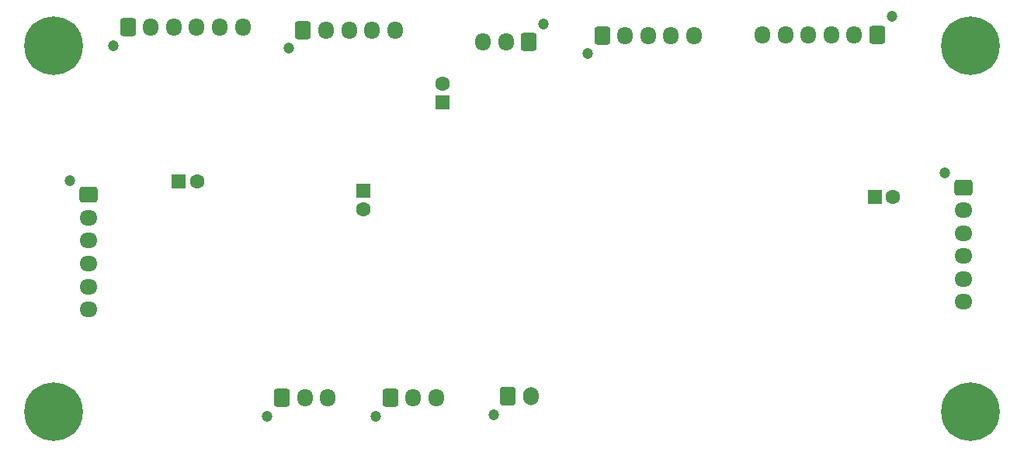
<source format=gbr>
%TF.GenerationSoftware,KiCad,Pcbnew,(6.0.7-1)-1*%
%TF.CreationDate,2022-10-27T13:07:38+02:00*%
%TF.ProjectId,Beerator,42656572-6174-46f7-922e-6b696361645f,rev?*%
%TF.SameCoordinates,Original*%
%TF.FileFunction,Soldermask,Bot*%
%TF.FilePolarity,Negative*%
%FSLAX46Y46*%
G04 Gerber Fmt 4.6, Leading zero omitted, Abs format (unit mm)*
G04 Created by KiCad (PCBNEW (6.0.7-1)-1) date 2022-10-27 13:07:38*
%MOMM*%
%LPD*%
G01*
G04 APERTURE LIST*
G04 Aperture macros list*
%AMRoundRect*
0 Rectangle with rounded corners*
0 $1 Rounding radius*
0 $2 $3 $4 $5 $6 $7 $8 $9 X,Y pos of 4 corners*
0 Add a 4 corners polygon primitive as box body*
4,1,4,$2,$3,$4,$5,$6,$7,$8,$9,$2,$3,0*
0 Add four circle primitives for the rounded corners*
1,1,$1+$1,$2,$3*
1,1,$1+$1,$4,$5*
1,1,$1+$1,$6,$7*
1,1,$1+$1,$8,$9*
0 Add four rect primitives between the rounded corners*
20,1,$1+$1,$2,$3,$4,$5,0*
20,1,$1+$1,$4,$5,$6,$7,0*
20,1,$1+$1,$6,$7,$8,$9,0*
20,1,$1+$1,$8,$9,$2,$3,0*%
G04 Aperture macros list end*
%ADD10C,1.200000*%
%ADD11RoundRect,0.250000X-0.725000X0.600000X-0.725000X-0.600000X0.725000X-0.600000X0.725000X0.600000X0*%
%ADD12O,1.950000X1.700000*%
%ADD13RoundRect,0.250000X0.600000X0.725000X-0.600000X0.725000X-0.600000X-0.725000X0.600000X-0.725000X0*%
%ADD14O,1.700000X1.950000*%
%ADD15R,1.600000X1.600000*%
%ADD16C,1.600000*%
%ADD17RoundRect,0.250000X-0.600000X-0.725000X0.600000X-0.725000X0.600000X0.725000X-0.600000X0.725000X0*%
%ADD18C,0.800000*%
%ADD19C,6.400000*%
%ADD20RoundRect,0.250000X-0.600000X-0.750000X0.600000X-0.750000X0.600000X0.750000X-0.600000X0.750000X0*%
%ADD21O,1.700000X2.000000*%
G04 APERTURE END LIST*
D10*
%TO.C,JMCC0_501*%
X51800000Y-64700000D03*
D11*
X53800000Y-66300000D03*
D12*
X53800000Y-68800000D03*
X53800000Y-71300000D03*
X53800000Y-73800000D03*
X53800000Y-76300000D03*
X53800000Y-78800000D03*
%TD*%
D10*
%TO.C,JSERVO501*%
X103400000Y-47600000D03*
D13*
X101800000Y-49600000D03*
D14*
X99300000Y-49600000D03*
X96800000Y-49600000D03*
%TD*%
D15*
%TO.C,C503*%
X63644888Y-64800000D03*
D16*
X65644888Y-64800000D03*
%TD*%
D10*
%TO.C,JTOF0_401*%
X141400000Y-46800000D03*
D13*
X139800000Y-48800000D03*
D14*
X137300000Y-48800000D03*
X134800000Y-48800000D03*
X132300000Y-48800000D03*
X129800000Y-48800000D03*
X127300000Y-48800000D03*
%TD*%
D10*
%TO.C,JCOLOR_404*%
X108200000Y-50875000D03*
D17*
X109800000Y-48875000D03*
D14*
X112300000Y-48875000D03*
X114800000Y-48875000D03*
X117300000Y-48875000D03*
X119800000Y-48875000D03*
%TD*%
D18*
%TO.C,H102*%
X150000000Y-52400000D03*
X150000000Y-47600000D03*
D19*
X150000000Y-50000000D03*
D18*
X151697056Y-51697056D03*
X148302944Y-48302944D03*
X152400000Y-50000000D03*
X147600000Y-50000000D03*
X151697056Y-48302944D03*
X148302944Y-51697056D03*
%TD*%
D15*
%TO.C,C301*%
X83800000Y-65844888D03*
D16*
X83800000Y-67844888D03*
%TD*%
D18*
%TO.C,H101*%
X50000000Y-47600000D03*
X51697056Y-51697056D03*
X48302944Y-51697056D03*
X47600000Y-50000000D03*
X51697056Y-48302944D03*
X50000000Y-52400000D03*
X52400000Y-50000000D03*
D19*
X50000000Y-50000000D03*
D18*
X48302944Y-48302944D03*
%TD*%
D10*
%TO.C,JDistance0_401*%
X73300000Y-90475000D03*
D17*
X74900000Y-88475000D03*
D14*
X77400000Y-88475000D03*
X79900000Y-88475000D03*
%TD*%
D10*
%TO.C,JCOLOR_401*%
X75600000Y-50275000D03*
D17*
X77200000Y-48275000D03*
D14*
X79700000Y-48275000D03*
X82200000Y-48275000D03*
X84700000Y-48275000D03*
X87200000Y-48275000D03*
%TD*%
D19*
%TO.C,H104*%
X150000000Y-90000000D03*
D18*
X147600000Y-90000000D03*
X151697056Y-91697056D03*
X148302944Y-88302944D03*
X152400000Y-90000000D03*
X151697056Y-88302944D03*
X150000000Y-92400000D03*
X148302944Y-91697056D03*
X150000000Y-87600000D03*
%TD*%
D15*
%TO.C,C505*%
X92400000Y-56200000D03*
D16*
X92400000Y-54200000D03*
%TD*%
D15*
%TO.C,C504*%
X139539888Y-66525000D03*
D16*
X141539888Y-66525000D03*
%TD*%
D18*
%TO.C,H103*%
X48302944Y-88302944D03*
X48302944Y-91697056D03*
X50000000Y-92400000D03*
X52400000Y-90000000D03*
X50000000Y-87600000D03*
D19*
X50000000Y-90000000D03*
D18*
X47600000Y-90000000D03*
X51697056Y-88302944D03*
X51697056Y-91697056D03*
%TD*%
D10*
%TO.C,JBat201*%
X97950000Y-90275000D03*
D20*
X99550000Y-88275000D03*
D21*
X102050000Y-88275000D03*
%TD*%
D10*
%TO.C,JTOF1_401*%
X56500000Y-50000000D03*
D17*
X58100000Y-48000000D03*
D14*
X60600000Y-48000000D03*
X63100000Y-48000000D03*
X65600000Y-48000000D03*
X68100000Y-48000000D03*
X70600000Y-48000000D03*
%TD*%
D10*
%TO.C,JDistance0_402*%
X85100000Y-90475000D03*
D17*
X86700000Y-88475000D03*
D14*
X89200000Y-88475000D03*
X91700000Y-88475000D03*
%TD*%
D10*
%TO.C,JMCC1_501*%
X147220000Y-63875000D03*
D11*
X149220000Y-65475000D03*
D12*
X149220000Y-67975000D03*
X149220000Y-70475000D03*
X149220000Y-72975000D03*
X149220000Y-75475000D03*
X149220000Y-77975000D03*
%TD*%
M02*

</source>
